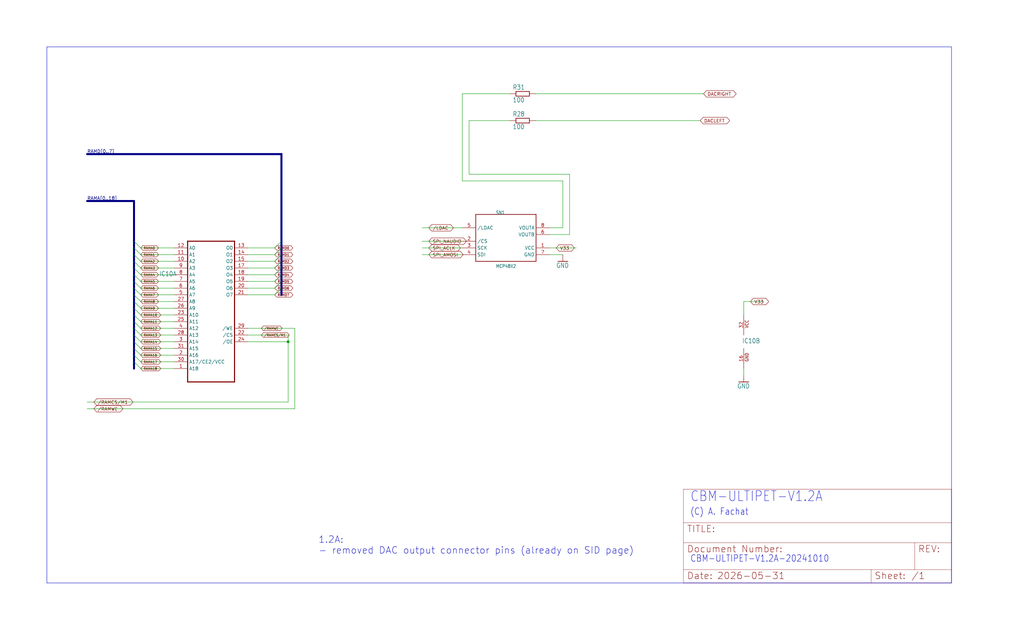
<source format=kicad_sch>
(kicad_sch (version 20250114) (generator "eeschema") (generator_version "9.0")
  (paper "User" 388.163 241.452)
  (lib_symbols
    (symbol "cbm_ultipet_v1-eagle-import:DOCFIELD"
      (symbol "DOCFIELD_1_0"
        (polyline (pts (xy 0 22.86) (xy 0 35.56)) (stroke (width 0.1016)))
        (polyline (pts (xy 0 22.86) (xy 101.6 22.86)) (stroke (width 0.1016)))
        (polyline (pts (xy 0 15.24) (xy 0 22.86)) (stroke (width 0.1016)))
        (polyline (pts (xy 0 5.08) (xy 0 15.24)) (stroke (width 0.1016)))
        (polyline (pts (xy 0 5.08) (xy 71.12 5.08)) (stroke (width 0.1016)))
        (polyline (pts (xy 0 0) (xy 0 5.08)) (stroke (width 0.1016)))
        (polyline (pts (xy 0 0) (xy 71.12 0)) (stroke (width 0.1016)))
        (polyline (pts (xy 71.12 5.08) (xy 71.12 0)) (stroke (width 0.1016)))
        (polyline (pts (xy 71.12 5.08) (xy 87.63 5.08)) (stroke (width 0.1016)))
        (polyline (pts (xy 71.12 0) (xy 101.6 0)) (stroke (width 0.1016)))
        (polyline (pts (xy 87.63 15.24) (xy 0 15.24)) (stroke (width 0.1016)))
        (polyline (pts (xy 87.63 15.24) (xy 87.63 5.08)) (stroke (width 0.1016)))
        (polyline (pts (xy 87.63 5.08) (xy 101.6 5.08)) (stroke (width 0.1016)))
        (polyline (pts (xy 101.6 35.56) (xy 0 35.56)) (stroke (width 0.1016)))
        (polyline (pts (xy 101.6 35.56) (xy 101.6 22.86)) (stroke (width 0.1016)))
        (polyline (pts (xy 101.6 22.86) (xy 101.6 15.24)) (stroke (width 0.1016)))
        (polyline (pts (xy 101.6 15.24) (xy 87.63 15.24)) (stroke (width 0.1016)))
        (polyline (pts (xy 101.6 15.24) (xy 101.6 5.08)) (stroke (width 0.1016)))
        (polyline (pts (xy 101.6 5.08) (xy 101.6 0)) (stroke (width 0.1016)))
        (text "TITLE:" (at 1.27 19.05 0) (effects (font (size 2.54 2.54)) (justify left bottom)))
        (text "Document Number:" (at 1.27 11.43 0) (effects (font (size 2.54 2.54)) (justify left bottom)))
        (text "Date:" (at 1.27 1.27 0) (effects (font (size 2.54 2.54)) (justify left bottom)))
        (text "${CURRENT_DATE}" (at 12.7 1.27 0) (effects (font (size 2.54 2.54)) (justify left bottom)))
        (text "${PROJECTNAME}" (at 17.78 19.05 0) (effects (font (size 2.54 2.54)) (justify left bottom)))
        (text "Sheet:" (at 72.39 1.27 0) (effects (font (size 2.54 2.54)) (justify left bottom)))
        (text "${#}/${##}" (at 86.36 1.27 0) (effects (font (size 2.54 2.54)) (justify left bottom)))
        (text "REV:" (at 88.9 11.43 0) (effects (font (size 2.54 2.54)) (justify left bottom)))
      )
    )
    (symbol "cbm_ultipet_v1-eagle-import:GND" (power)
      (property "Value" "GND" (at -2.54 -2.54 0))
      (symbol "GND_1_0"
        (polyline (pts (xy -1.905 0) (xy 1.905 0)) (stroke (width 0.254)))
        (pin power_in line (at 0 2.54 270) (length 2.54) (name "GND") (number "1"))
      )
    )
    (symbol "cbm_ultipet_v1-eagle-import:MCP48X2"
      (property "Reference" "SN" (at -7.62 7.62 0))
      (symbol "MCP48X2_1_0"
        (polyline (pts (xy -15.24 7.62) (xy 7.62 7.62)) (stroke (width 0.254)))
        (polyline (pts (xy -15.24 -10.16) (xy -15.24 7.62)) (stroke (width 0.254)))
        (polyline (pts (xy 7.62 7.62) (xy 7.62 -10.16)) (stroke (width 0.254)))
        (polyline (pts (xy 7.62 -10.16) (xy -15.24 -10.16)) (stroke (width 0.254)))
        (pin bidirectional line (at -20.32 2.54 0) (length 5.08) (name "/LDAC") (number "5"))
        (pin bidirectional line (at -20.32 -2.54 0) (length 5.08) (name "/CS") (number "2"))
        (pin bidirectional line (at -20.32 -5.08 0) (length 5.08) (name "SCK") (number "3"))
        (pin bidirectional line (at -20.32 -7.62 0) (length 5.08) (name "SDI") (number "4"))
        (pin bidirectional line (at 12.7 2.54 180) (length 5.08) (name "VOUTA") (number "8"))
        (pin bidirectional line (at 12.7 0 180) (length 5.08) (name "VOUTB") (number "6"))
        (pin bidirectional line (at 12.7 -5.08 180) (length 5.08) (name "VCC") (number "1"))
        (pin bidirectional line (at 12.7 -7.62 180) (length 5.08) (name "GND") (number "7"))
      )
    )
    (symbol "cbm_ultipet_v1-eagle-import:R-EU_0204/2V"
      (property "Reference" "R" (at -3.81 1.4986 0))
      (symbol "R-EU_0204/2V_1_0"
        (polyline (pts (xy -2.54 -0.889) (xy -2.54 0.889)) (stroke (width 0.254)))
        (polyline (pts (xy -2.54 -0.889) (xy 2.54 -0.889)) (stroke (width 0.254)))
        (polyline (pts (xy 2.54 0.889) (xy -2.54 0.889)) (stroke (width 0.254)))
        (polyline (pts (xy 2.54 -0.889) (xy 2.54 0.889)) (stroke (width 0.254)))
        (pin passive line (at -5.08 0 0) (length 2.54) (name "1") (number "1"))
        (pin passive line (at 5.08 0 180) (length 2.54) (name "2") (number "2"))
      )
    )
    (symbol "cbm_ultipet_v1-eagle-import:RAMSOCK32TO512KSOP"
      (property "Reference" "IC" (at -18.415 12.065 0))
      (symbol "RAMSOCK32TO512KSOP_1_0"
        (polyline (pts (xy -7.62 25.4) (xy -7.62 -27.94)) (stroke (width 0.4064)))
        (polyline (pts (xy -7.62 -27.94) (xy 10.16 -27.94)) (stroke (width 0.4064)))
        (polyline (pts (xy 10.16 25.4) (xy -7.62 25.4)) (stroke (width 0.4064)))
        (polyline (pts (xy 10.16 -27.94) (xy 10.16 25.4)) (stroke (width 0.4064)))
        (pin input line (at -12.7 22.86 0) (length 5.08) (name "A0") (number "12"))
        (pin input line (at -12.7 20.32 0) (length 5.08) (name "A1") (number "11"))
        (pin input line (at -12.7 17.78 0) (length 5.08) (name "A2") (number "10"))
        (pin input line (at -12.7 15.24 0) (length 5.08) (name "A3") (number "9"))
        (pin input line (at -12.7 12.7 0) (length 5.08) (name "A4") (number "8"))
        (pin input line (at -12.7 10.16 0) (length 5.08) (name "A5") (number "7"))
        (pin input line (at -12.7 7.62 0) (length 5.08) (name "A6") (number "6"))
        (pin input line (at -12.7 5.08 0) (length 5.08) (name "A7") (number "5"))
        (pin input line (at -12.7 2.54 0) (length 5.08) (name "A8") (number "27"))
        (pin input line (at -12.7 0 0) (length 5.08) (name "A9") (number "26"))
        (pin input line (at -12.7 -2.54 0) (length 5.08) (name "A10") (number "23"))
        (pin input line (at -12.7 -5.08 0) (length 5.08) (name "A11") (number "25"))
        (pin input line (at -12.7 -7.62 0) (length 5.08) (name "A12") (number "4"))
        (pin input line (at -12.7 -10.16 0) (length 5.08) (name "A13") (number "28"))
        (pin input line (at -12.7 -12.7 0) (length 5.08) (name "A14") (number "3"))
        (pin input line (at -12.7 -15.24 0) (length 5.08) (name "A15") (number "31"))
        (pin input line (at -12.7 -17.78 0) (length 5.08) (name "A16") (number "2"))
        (pin input line (at -12.7 -20.32 0) (length 5.08) (name "A17/CE2/VCC") (number "30"))
        (pin input line (at -12.7 -22.86 0) (length 5.08) (name "A18") (number "1"))
        (pin tri_state line (at 15.24 22.86 180) (length 5.08) (name "O0") (number "13"))
        (pin tri_state line (at 15.24 20.32 180) (length 5.08) (name "O1") (number "14"))
        (pin tri_state line (at 15.24 17.78 180) (length 5.08) (name "O2") (number "15"))
        (pin tri_state line (at 15.24 15.24 180) (length 5.08) (name "O3") (number "17"))
        (pin tri_state line (at 15.24 12.7 180) (length 5.08) (name "O4") (number "18"))
        (pin tri_state line (at 15.24 10.16 180) (length 5.08) (name "O5") (number "19"))
        (pin tri_state line (at 15.24 7.62 180) (length 5.08) (name "O6") (number "20"))
        (pin tri_state line (at 15.24 5.08 180) (length 5.08) (name "O7") (number "21"))
        (pin input line (at 15.24 -7.62 180) (length 5.08) (name "/WE") (number "29"))
        (pin input line (at 15.24 -10.16 180) (length 5.08) (name "/CS") (number "22"))
        (pin input line (at 15.24 -12.7 180) (length 5.08) (name "/OE") (number "24"))
      )
      (symbol "RAMSOCK32TO512KSOP_2_0"
        (text "VCC" (at -15.875 17.78 900) (effects (font (size 1.27 1.0795)) (justify left bottom)))
        (text "GND" (at -15.875 5.08 900) (effects (font (size 1.27 1.0795)) (justify left bottom)))
        (pin power_in line (at -17.78 22.86 270) (length 7.62) (name "VCC") (number "32"))
        (pin power_in line (at -17.78 2.54 90) (length 7.62) (name "GND") (number "16"))
      )
    )
  )
  (text "(C) A. Fachat" (at 261.62 195.58 0) (effects (font (size 2.54 2.159)) (justify left bottom)))
  (text "CBM-ULTIPET-V1.2A" (at 261.62 190.5 0) (effects (font (size 3.81 3.2385)) (justify left bottom)))
  (text "1.2A:\n- removed DAC output connector pins (already on SID page)" (at 120.65 206.756 0) (effects (font (size 2.54 2.54)) (justify left)))
  (text "CBM-ULTIPET-V1.2A-20241010" (at 261.62 213.36 0) (effects (font (size 2.54 2.159)) (justify left bottom)))
  (junction (at 109.22 129.54))
  (bus_entry (at 53.34 139.7) (size -2.54 -2.54))
  (bus_entry (at 53.34 101.6) (size -2.54 -2.54))
  (bus_entry (at 104.14 99.06) (size 2.54 -2.54))
  (bus_entry (at 53.34 119.38) (size -2.54 -2.54))
  (bus_entry (at 104.14 109.22) (size 2.54 -2.54))
  (bus_entry (at 53.34 93.98) (size -2.54 -2.54))
  (bus_entry (at 104.14 104.14) (size 2.54 -2.54))
  (bus_entry (at 53.34 111.76) (size -2.54 -2.54))
  (bus_entry (at 53.34 99.06) (size -2.54 -2.54))
  (bus_entry (at 104.14 101.6) (size 2.54 -2.54))
  (bus_entry (at 53.34 104.14) (size -2.54 -2.54))
  (bus_entry (at 53.34 132.08) (size -2.54 -2.54))
  (bus_entry (at 53.34 96.52) (size -2.54 -2.54))
  (bus_entry (at 104.14 106.68) (size 2.54 -2.54))
  (bus_entry (at 53.34 106.68) (size -2.54 -2.54))
  (bus_entry (at 53.34 121.92) (size -2.54 -2.54))
  (bus_entry (at 53.34 137.16) (size -2.54 -2.54))
  (bus_entry (at 53.34 114.3) (size -2.54 -2.54))
  (bus_entry (at 53.34 109.22) (size -2.54 -2.54))
  (bus_entry (at 104.14 111.76) (size 2.54 -2.54))
  (bus_entry (at 104.14 96.52) (size 2.54 -2.54))
  (bus_entry (at 53.34 127) (size -2.54 -2.54))
  (bus_entry (at 53.34 116.84) (size -2.54 -2.54))
  (bus_entry (at 53.34 134.62) (size -2.54 -2.54))
  (bus_entry (at 53.34 129.54) (size -2.54 -2.54))
  (bus_entry (at 53.34 124.46) (size -2.54 -2.54))
  (bus_entry (at 104.14 93.98) (size 2.54 -2.54))
  (wire (pts (xy 213.36 86.36) (xy 208.28 86.36)) (stroke (width 0.1524)))
  (wire (pts (xy 66.04 109.22) (xy 53.34 109.22)) (stroke (width 0.1524)))
  (wire (pts (xy 281.94 142.24) (xy 281.94 139.7)) (stroke (width 0.1524)))
  (bus (pts (xy 50.8 127) (xy 50.8 124.46)) (stroke (width 0.762)))
  (wire (pts (xy 281.94 119.38) (xy 281.94 114.3)) (stroke (width 0.1524)))
  (bus (pts (xy 106.68 99.06) (xy 106.68 101.6)) (stroke (width 0.762)))
  (bus (pts (xy 50.8 106.68) (xy 50.8 104.14)) (stroke (width 0.762)))
  (wire (pts (xy 215.9 66.04) (xy 215.9 88.9)) (stroke (width 0.1524)))
  (bus (pts (xy 50.8 76.2) (xy 33.02 76.2)) (stroke (width 0.762)))
  (wire (pts (xy 66.04 134.62) (xy 53.34 134.62)) (stroke (width 0.1524)))
  (wire (pts (xy 175.26 68.58) (xy 213.36 68.58)) (stroke (width 0.1524)))
  (bus (pts (xy 106.68 58.42) (xy 106.68 91.44)) (stroke (width 0.762)))
  (bus (pts (xy 50.8 134.62) (xy 50.8 132.08)) (stroke (width 0.762)))
  (bus (pts (xy 50.8 93.98) (xy 50.8 91.44)) (stroke (width 0.762)))
  (wire (pts (xy 66.04 111.76) (xy 53.34 111.76)) (stroke (width 0.1524)))
  (bus (pts (xy 50.8 111.76) (xy 50.8 109.22)) (stroke (width 0.762)))
  (wire (pts (xy 93.98 104.14) (xy 104.14 104.14)) (stroke (width 0.1524)))
  (bus (pts (xy 106.68 93.98) (xy 106.68 96.52)) (stroke (width 0.762)))
  (wire (pts (xy 66.04 106.68) (xy 53.34 106.68)) (stroke (width 0.1524)))
  (bus (pts (xy 50.8 114.3) (xy 50.8 111.76)) (stroke (width 0.762)))
  (wire (pts (xy 66.04 99.06) (xy 53.34 99.06)) (stroke (width 0.1524)))
  (wire (pts (xy 93.98 99.06) (xy 104.14 99.06)) (stroke (width 0.1524)))
  (wire (pts (xy 175.26 86.36) (xy 160.02 86.36)) (stroke (width 0.1524)))
  (wire (pts (xy 93.98 93.98) (xy 104.14 93.98)) (stroke (width 0.1524)))
  (wire (pts (xy 66.04 127) (xy 53.34 127)) (stroke (width 0.1524)))
  (wire (pts (xy 66.04 137.16) (xy 53.34 137.16)) (stroke (width 0.1524)))
  (wire (pts (xy 208.28 96.52) (xy 213.36 96.52)) (stroke (width 0.1524)))
  (wire (pts (xy 93.98 106.68) (xy 104.14 106.68)) (stroke (width 0.1524)))
  (wire (pts (xy 66.04 124.46) (xy 53.34 124.46)) (stroke (width 0.1524)))
  (bus (pts (xy 50.8 104.14) (xy 50.8 101.6)) (stroke (width 0.762)))
  (wire (pts (xy 66.04 129.54) (xy 53.34 129.54)) (stroke (width 0.1524)))
  (polyline (pts (xy 17.78 17.78) (xy 360.68 17.78)) (stroke (width 0.1524) (type solid)))
  (wire (pts (xy 111.76 154.94) (xy 33.02 154.94)) (stroke (width 0.1524)))
  (bus (pts (xy 50.8 109.22) (xy 50.8 106.68)) (stroke (width 0.762)))
  (wire (pts (xy 203.2 35.56) (xy 266.7 35.56)) (stroke (width 0.1524)))
  (wire (pts (xy 175.26 35.56) (xy 175.26 68.58)) (stroke (width 0.1524)))
  (wire (pts (xy 177.8 45.72) (xy 177.8 66.04)) (stroke (width 0.1524)))
  (bus (pts (xy 106.68 96.52) (xy 106.68 99.06)) (stroke (width 0.762)))
  (bus (pts (xy 50.8 124.46) (xy 50.8 121.92)) (stroke (width 0.762)))
  (wire (pts (xy 215.9 88.9) (xy 208.28 88.9)) (stroke (width 0.1524)))
  (wire (pts (xy 93.98 129.54) (xy 109.22 129.54)) (stroke (width 0.1524)))
  (wire (pts (xy 66.04 93.98) (xy 53.34 93.98)) (stroke (width 0.1524)))
  (bus (pts (xy 50.8 101.6) (xy 50.8 99.06)) (stroke (width 0.762)))
  (wire (pts (xy 93.98 127) (xy 109.22 127)) (stroke (width 0.1524)))
  (bus (pts (xy 106.68 91.44) (xy 106.68 93.98)) (stroke (width 0.762)))
  (wire (pts (xy 109.22 127) (xy 109.22 129.54)) (stroke (width 0.1524)))
  (wire (pts (xy 66.04 96.52) (xy 53.34 96.52)) (stroke (width 0.1524)))
  (wire (pts (xy 66.04 116.84) (xy 53.34 116.84)) (stroke (width 0.1524)))
  (wire (pts (xy 109.22 129.54) (xy 109.22 152.4)) (stroke (width 0.1524)))
  (polyline (pts (xy 17.78 220.98) (xy 360.68 220.98)) (stroke (width 0.1524) (type solid)))
  (wire (pts (xy 213.36 68.58) (xy 213.36 86.36)) (stroke (width 0.1524)))
  (wire (pts (xy 203.2 45.72) (xy 265.43 45.72)) (stroke (width 0.1524)))
  (bus (pts (xy 50.8 137.16) (xy 50.8 134.62)) (stroke (width 0.762)))
  (wire (pts (xy 177.8 45.72) (xy 193.04 45.72)) (stroke (width 0.1524)))
  (wire (pts (xy 66.04 139.7) (xy 53.34 139.7)) (stroke (width 0.1524)))
  (bus (pts (xy 50.8 129.54) (xy 50.8 127)) (stroke (width 0.762)))
  (wire (pts (xy 66.04 121.92) (xy 53.34 121.92)) (stroke (width 0.1524)))
  (wire (pts (xy 177.8 66.04) (xy 215.9 66.04)) (stroke (width 0.1524)))
  (bus (pts (xy 106.68 109.22) (xy 106.68 111.76)) (stroke (width 0.762)))
  (bus (pts (xy 50.8 116.84) (xy 50.8 114.3)) (stroke (width 0.762)))
  (bus (pts (xy 50.8 132.08) (xy 50.8 129.54)) (stroke (width 0.762)))
  (wire (pts (xy 281.94 114.3) (xy 289.56 114.3)) (stroke (width 0.1524)))
  (bus (pts (xy 106.68 101.6) (xy 106.68 104.14)) (stroke (width 0.762)))
  (wire (pts (xy 111.76 124.46) (xy 111.76 154.94)) (stroke (width 0.1524)))
  (wire (pts (xy 93.98 96.52) (xy 104.14 96.52)) (stroke (width 0.1524)))
  (wire (pts (xy 66.04 104.14) (xy 53.34 104.14)) (stroke (width 0.1524)))
  (wire (pts (xy 66.04 119.38) (xy 53.34 119.38)) (stroke (width 0.1524)))
  (bus (pts (xy 106.68 58.42) (xy 33.02 58.42)) (stroke (width 0.762)))
  (wire (pts (xy 175.26 93.98) (xy 160.02 93.98)) (stroke (width 0.1524)))
  (wire (pts (xy 66.04 132.08) (xy 53.34 132.08)) (stroke (width 0.1524)))
  (wire (pts (xy 93.98 111.76) (xy 104.14 111.76)) (stroke (width 0.1524)))
  (bus (pts (xy 50.8 139.7) (xy 50.8 137.16)) (stroke (width 0.762)))
  (wire (pts (xy 66.04 114.3) (xy 53.34 114.3)) (stroke (width 0.1524)))
  (bus (pts (xy 106.68 106.68) (xy 106.68 109.22)) (stroke (width 0.762)))
  (bus (pts (xy 50.8 119.38) (xy 50.8 116.84)) (stroke (width 0.762)))
  (bus (pts (xy 106.68 104.14) (xy 106.68 106.68)) (stroke (width 0.762)))
  (bus (pts (xy 50.8 96.52) (xy 50.8 93.98)) (stroke (width 0.762)))
  (wire (pts (xy 93.98 101.6) (xy 104.14 101.6)) (stroke (width 0.1524)))
  (wire (pts (xy 175.26 91.44) (xy 160.02 91.44)) (stroke (width 0.1524)))
  (polyline (pts (xy 360.68 220.98) (xy 360.68 17.78)) (stroke (width 0.1524) (type solid)))
  (wire (pts (xy 193.04 35.56) (xy 175.26 35.56)) (stroke (width 0.1524)))
  (wire (pts (xy 66.04 101.6) (xy 53.34 101.6)) (stroke (width 0.1524)))
  (bus (pts (xy 50.8 121.92) (xy 50.8 119.38)) (stroke (width 0.762)))
  (polyline (pts (xy 17.78 220.98) (xy 17.78 17.78)) (stroke (width 0.1524) (type solid)))
  (wire (pts (xy 208.28 93.98) (xy 218.44 93.98)) (stroke (width 0.1524)))
  (bus (pts (xy 50.8 91.44) (xy 50.8 76.2)) (stroke (width 0.762)))
  (bus (pts (xy 50.8 99.06) (xy 50.8 96.52)) (stroke (width 0.762)))
  (wire (pts (xy 109.22 152.4) (xy 33.02 152.4)) (stroke (width 0.1524)))
  (wire (pts (xy 93.98 109.22) (xy 104.14 109.22)) (stroke (width 0.1524)))
  (wire (pts (xy 93.98 124.46) (xy 111.76 124.46)) (stroke (width 0.1524)))
  (wire (pts (xy 175.26 96.52) (xy 160.02 96.52)) (stroke (width 0.1524)))
  (label "RAMA[0..18]" (at 33.02 76.2 0) (effects (font (size 1.2446 1.2446))))
  (label "RAMD[0..7]" (at 33.02 58.42 0) (effects (font (size 1.2446 1.2446))))
  (global_label "/RAMWE" (shape bidirectional) (at 35.56 154.94 0) (effects (font (size 1.2446 1.2446))) (property "Intersheetrefs" "${INTERSHEET_REFS}" (effects (hide yes))))
  (global_label "RAMD7" (shape bidirectional) (at 104.14 111.76 0) (effects (font (size 0.889 0.889))) (property "Intersheetrefs" "${INTERSHEET_REFS}" (effects (hide yes))))
  (global_label "SPI_ACLK" (shape bidirectional) (at 162.56 93.98 0) (effects (font (size 1.2446 1.2446))) (property "Intersheetrefs" "${INTERSHEET_REFS}" (effects (hide yes))))
  (global_label "RAMA17" (shape bidirectional) (at 53.34 137.16 0) (effects (font (size 0.889 0.889))) (property "Intersheetrefs" "${INTERSHEET_REFS}" (effects (hide yes))))
  (global_label "/RAMCS/M1" (shape bidirectional) (at 99.06 127 0) (effects (font (size 0.889 0.889))) (property "Intersheetrefs" "${INTERSHEET_REFS}" (effects (hide yes))))
  (global_label "RAMA1" (shape bidirectional) (at 53.34 96.52 0) (effects (font (size 0.889 0.889))) (property "Intersheetrefs" "${INTERSHEET_REFS}" (effects (hide yes))))
  (global_label "V33" (shape bidirectional) (at 210.82 93.98 0) (effects (font (size 1.2446 1.2446))) (property "Intersheetrefs" "${INTERSHEET_REFS}" (effects (hide yes))))
  (global_label "RAMA0" (shape bidirectional) (at 53.34 93.98 0) (effects (font (size 0.889 0.889))) (property "Intersheetrefs" "${INTERSHEET_REFS}" (effects (hide yes))))
  (global_label "RAMD0" (shape bidirectional) (at 104.14 93.98 0) (effects (font (size 0.889 0.889))) (property "Intersheetrefs" "${INTERSHEET_REFS}" (effects (hide yes))))
  (global_label "RAMA16" (shape bidirectional) (at 53.34 134.62 0) (effects (font (size 0.889 0.889))) (property "Intersheetrefs" "${INTERSHEET_REFS}" (effects (hide yes))))
  (global_label "V33" (shape bidirectional) (at 284.48 114.3 0) (effects (font (size 1.2446 1.2446))) (property "Intersheetrefs" "${INTERSHEET_REFS}" (effects (hide yes))))
  (global_label "RAMD1" (shape bidirectional) (at 104.14 96.52 0) (effects (font (size 0.889 0.889))) (property "Intersheetrefs" "${INTERSHEET_REFS}" (effects (hide yes))))
  (global_label "RAMD3" (shape bidirectional) (at 104.14 101.6 0) (effects (font (size 0.889 0.889))) (property "Intersheetrefs" "${INTERSHEET_REFS}" (effects (hide yes))))
  (global_label "SPI_NAUDIO" (shape bidirectional) (at 162.56 91.44 0) (effects (font (size 1.2446 1.2446))) (property "Intersheetrefs" "${INTERSHEET_REFS}" (effects (hide yes))))
  (global_label "RAMA4" (shape bidirectional) (at 53.34 104.14 0) (effects (font (size 0.889 0.889))) (property "Intersheetrefs" "${INTERSHEET_REFS}" (effects (hide yes))))
  (global_label "RAMA10" (shape bidirectional) (at 53.34 119.38 0) (effects (font (size 0.889 0.889))) (property "Intersheetrefs" "${INTERSHEET_REFS}" (effects (hide yes))))
  (global_label "RAMA6" (shape bidirectional) (at 53.34 109.22 0) (effects (font (size 0.889 0.889))) (property "Intersheetrefs" "${INTERSHEET_REFS}" (effects (hide yes))))
  (global_label "RAMA3" (shape bidirectional) (at 53.34 101.6 0) (effects (font (size 0.889 0.889))) (property "Intersheetrefs" "${INTERSHEET_REFS}" (effects (hide yes))))
  (global_label "/LDAC" (shape bidirectional) (at 162.56 86.36 0) (effects (font (size 1.2446 1.2446))) (property "Intersheetrefs" "${INTERSHEET_REFS}" (effects (hide yes))))
  (global_label "RAMA11" (shape bidirectional) (at 53.34 121.92 0) (effects (font (size 0.889 0.889))) (property "Intersheetrefs" "${INTERSHEET_REFS}" (effects (hide yes))))
  (global_label "DACRIGHT" (shape bidirectional) (at 266.7 35.56 0) (effects (font (size 1.2446 1.2446))) (property "Intersheetrefs" "${INTERSHEET_REFS}" (effects (hide yes))))
  (global_label "RAMA2" (shape bidirectional) (at 53.34 99.06 0) (effects (font (size 0.889 0.889))) (property "Intersheetrefs" "${INTERSHEET_REFS}" (effects (hide yes))))
  (global_label "RAMA7" (shape bidirectional) (at 53.34 111.76 0) (effects (font (size 0.889 0.889))) (property "Intersheetrefs" "${INTERSHEET_REFS}" (effects (hide yes))))
  (global_label "/RAMWE" (shape bidirectional) (at 99.06 124.46 0) (effects (font (size 0.889 0.889))) (property "Intersheetrefs" "${INTERSHEET_REFS}" (effects (hide yes))))
  (global_label "RAMD2" (shape bidirectional) (at 104.14 99.06 0) (effects (font (size 0.889 0.889))) (property "Intersheetrefs" "${INTERSHEET_REFS}" (effects (hide yes))))
  (global_label "SPI_AMOSI" (shape bidirectional) (at 162.56 96.52 0) (effects (font (size 1.2446 1.2446))) (property "Intersheetrefs" "${INTERSHEET_REFS}" (effects (hide yes))))
  (global_label "DACLEFT" (shape bidirectional) (at 265.43 45.72 0) (effects (font (size 1.2446 1.2446))) (property "Intersheetrefs" "${INTERSHEET_REFS}" (effects (hide yes))))
  (global_label "RAMA9" (shape bidirectional) (at 53.34 116.84 0) (effects (font (size 0.889 0.889))) (property "Intersheetrefs" "${INTERSHEET_REFS}" (effects (hide yes))))
  (global_label "RAMA13" (shape bidirectional) (at 53.34 127 0) (effects (font (size 0.889 0.889))) (property "Intersheetrefs" "${INTERSHEET_REFS}" (effects (hide yes))))
  (global_label "RAMA5" (shape bidirectional) (at 53.34 106.68 0) (effects (font (size 0.889 0.889))) (property "Intersheetrefs" "${INTERSHEET_REFS}" (effects (hide yes))))
  (global_label "RAMA18" (shape bidirectional) (at 53.34 139.7 0) (effects (font (size 0.889 0.889))) (property "Intersheetrefs" "${INTERSHEET_REFS}" (effects (hide yes))))
  (global_label "RAMD5" (shape bidirectional) (at 104.14 106.68 0) (effects (font (size 0.889 0.889))) (property "Intersheetrefs" "${INTERSHEET_REFS}" (effects (hide yes))))
  (global_label "RAMA15" (shape bidirectional) (at 53.34 132.08 0) (effects (font (size 0.889 0.889))) (property "Intersheetrefs" "${INTERSHEET_REFS}" (effects (hide yes))))
  (global_label "RAMA12" (shape bidirectional) (at 53.34 124.46 0) (effects (font (size 0.889 0.889))) (property "Intersheetrefs" "${INTERSHEET_REFS}" (effects (hide yes))))
  (global_label "RAMA8" (shape bidirectional) (at 53.34 114.3 0) (effects (font (size 0.889 0.889))) (property "Intersheetrefs" "${INTERSHEET_REFS}" (effects (hide yes))))
  (global_label "RAMD6" (shape bidirectional) (at 104.14 109.22 0) (effects (font (size 0.889 0.889))) (property "Intersheetrefs" "${INTERSHEET_REFS}" (effects (hide yes))))
  (global_label "RAMD4" (shape bidirectional) (at 104.14 104.14 0) (effects (font (size 0.889 0.889))) (property "Intersheetrefs" "${INTERSHEET_REFS}" (effects (hide yes))))
  (global_label "/RAMCS/M1" (shape bidirectional) (at 35.56 152.4 0) (effects (font (size 1.2446 1.2446))) (property "Intersheetrefs" "${INTERSHEET_REFS}" (effects (hide yes))))
  (global_label "RAMA14" (shape bidirectional) (at 53.34 129.54 0) (effects (font (size 0.889 0.889))) (property "Intersheetrefs" "${INTERSHEET_REFS}" (effects (hide yes))))
  (symbol (lib_id "cbm_ultipet_v1-eagle-import:GND") (at 281.94 144.78 0) (unit 1)
    (property "Reference" "#GND06" (effects (hide yes)))
    (property "Value" "GND" (at 279.4 147.32 0) (effects (font (size 1.778 1.5113)) (justify left bottom)))
  )
  (symbol (lib_id "cbm_ultipet_v1-eagle-import:DOCFIELD") (at 259.08 220.98 0) (unit 1)
    (property "Reference" "#FRAME6" (effects (hide yes)))
    (property "Value" "DOCFIELD" (effects (hide yes)))
  )
  (symbol (lib_id "cbm_ultipet_v1-eagle-import:R-EU_0204/2V") (at 198.12 45.72 0) (unit 1)
    (property "Reference" "R28" (at 194.31 44.2214 0) (effects (font (size 1.778 1.5113)) (justify left bottom)))
    (property "Value" "100" (at 194.31 49.022 0) (effects (font (size 1.778 1.5113)) (justify left bottom)))
    (property "Footprint" "cbm_ultipet_v1:0204V" (effects (hide yes)))
  )
  (symbol (lib_id "cbm_ultipet_v1-eagle-import:RAMSOCK32TO512KSOP") (at 78.74 116.84 0) (unit 1)
    (property "Reference" "IC10" (at 60.325 104.775 0) (effects (font (size 1.778 1.5113)) (justify left bottom)))
    (property "Value" "RAMSOCK32TO512KSOP" (effects (hide yes)))
    (property "Footprint" "cbm_ultipet_v1:SOP32" (effects (hide yes)))
  )
  (symbol (lib_id "cbm_ultipet_v1-eagle-import:MCP48X2") (at 195.58 88.9 0) (unit 1)
    (property "Reference" "SN1" (at 187.96 81.28 0) (effects (font (size 1.27 1.0795)) (justify left bottom)))
    (property "Value" "MCP48X2" (at 187.96 101.6 0) (effects (font (size 1.27 1.0795)) (justify left bottom)))
    (property "Footprint" "cbm_ultipet_v1:SOIC8" (effects (hide yes)))
  )
  (symbol (lib_id "cbm_ultipet_v1-eagle-import:RAMSOCK32TO512KSOP") (at 299.72 142.24 0) (unit 2)
    (property "Reference" "IC10" (at 281.305 130.175 0) (effects (font (size 1.778 1.5113)) (justify left bottom)))
    (property "Value" "RAMSOCK32TO512KSOP" (effects (hide yes)))
    (property "Footprint" "cbm_ultipet_v1:SOP32" (effects (hide yes)))
  )
  (symbol (lib_id "cbm_ultipet_v1-eagle-import:GND") (at 213.36 99.06 0) (unit 1)
    (property "Reference" "#GND053" (effects (hide yes)))
    (property "Value" "GND" (at 210.82 101.6 0) (effects (font (size 1.778 1.5113)) (justify left bottom)))
  )
  (symbol (lib_id "cbm_ultipet_v1-eagle-import:R-EU_0204/2V") (at 198.12 35.56 0) (unit 1)
    (property "Reference" "R31" (at 194.31 34.0614 0) (effects (font (size 1.778 1.5113)) (justify left bottom)))
    (property "Value" "100" (at 194.31 38.862 0) (effects (font (size 1.778 1.5113)) (justify left bottom)))
    (property "Footprint" "cbm_ultipet_v1:0204V" (effects (hide yes)))
  )
)
</source>
